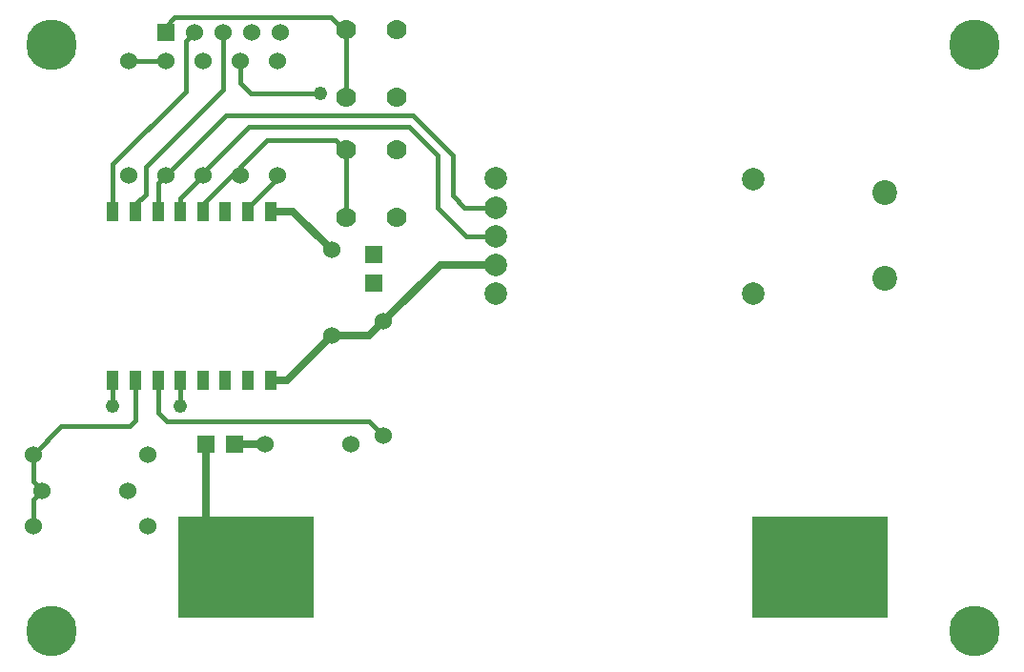
<source format=gbr>
G04 EasyPC Gerber Version 20.0.2 Build 4112 *
%FSLAX35Y35*%
%MOMM*%
%ADD22R,1.10000X1.80000*%
%ADD23R,1.52400X1.52400*%
%ADD74C,0.38100*%
%ADD72C,0.63500*%
%ADD73C,1.21920*%
%ADD24C,1.52400*%
%ADD28C,1.77800*%
%ADD25C,2.00000*%
%ADD29C,2.20000*%
%ADD26R,12.00000X9.00000*%
%ADD27C,4.50000*%
X0Y0D02*
D02*
D22*
X954830Y2627630D03*
Y4127630D03*
X1154830Y2627630D03*
Y4127630D03*
X1354830Y2627630D03*
Y4127630D03*
X1554830Y2627630D03*
Y4127630D03*
X1754830Y2627630D03*
Y4127630D03*
X1954830Y2627630D03*
Y4127630D03*
X2154830Y2627630D03*
Y4127630D03*
X2354830Y2627630D03*
Y4127630D03*
D02*
D23*
X1422650Y5716670D03*
X1785650Y2061670D03*
X2039650D03*
X3275650Y3491670D03*
Y3745670D03*
D02*
D24*
X245650Y1331670D03*
Y1971670D03*
X323650Y1651670D03*
X1085650D03*
X1092450Y4446670D03*
Y5462670D03*
X1261650Y1331670D03*
Y1971670D03*
X1422650Y4446670D03*
Y5462670D03*
X1676650Y5716670D03*
X1755650Y4446670D03*
Y5462670D03*
X1930650Y5716670D03*
X2083050Y4446670D03*
Y5462670D03*
X2184650Y5716670D03*
X2305650Y2061670D03*
X2413250Y4446670D03*
Y5462670D03*
X2438650Y5716670D03*
X2895850Y3024270D03*
Y3786270D03*
X3067650Y2061670D03*
X3353050Y2135270D03*
Y3151270D03*
D02*
D25*
X4356940Y3403460D03*
Y3657460D03*
Y3911460D03*
Y4165460D03*
Y4421270D03*
X6642940Y3403460D03*
Y4419460D03*
D02*
D26*
X2135700Y974450D03*
X7235700D03*
D02*
D27*
X406650Y406350D03*
Y5606350D03*
X8606350Y406350D03*
Y5606350D03*
D02*
D28*
X3022850Y4075270D03*
Y4675270D03*
Y5142070D03*
Y5742070D03*
X3472850Y4075270D03*
Y4675270D03*
Y5142070D03*
Y5742070D03*
D02*
D29*
X7806350Y3532270D03*
Y4294270D03*
D02*
D72*
X1785650Y2061670D02*
Y1324500D01*
X2135700Y974450*
X2305650Y2061670D02*
X2039650D01*
X2354830Y2627630D02*
X2501610D01*
X2895850Y3024270*
X2354830Y4127630D02*
X2554490D01*
X2895850Y3786270*
Y3024270D02*
X3228650D01*
X3353050Y3151270*
X3355650*
X3861840Y3657460*
X4356940*
D02*
D73*
X954830Y2401670D03*
X1554830D03*
X2795650Y5181670D03*
D02*
D74*
X245650Y1331670D02*
Y1573670D01*
X323650Y1651670*
X245650Y1971670D02*
Y1729670D01*
X323650Y1651670*
X954830Y2401670D02*
Y2627630D01*
Y4127630D02*
Y4550350D01*
X1600450Y5195970*
Y5640470*
X1676650Y5716670*
X1154830Y2627630D02*
Y2270850D01*
X1105650Y2221670*
X495650*
X245650Y1971670*
X1154830Y4127630D02*
Y4192670D01*
X1244850Y4282690*
Y4522870*
X1930650Y5208670*
Y5716670*
X1354830Y2627630D02*
Y2342490D01*
X1435650Y2261670*
X3226650*
X3353050Y2135270*
X1354830Y4127630D02*
Y4378850D01*
X1422650Y4446670*
Y5462670D02*
X1092450D01*
X1422650Y5716670D02*
Y5768670D01*
X1505650Y5851670*
X2893250*
X3002850Y5742070*
X3022850*
X1554830Y2627630D02*
Y2401670D01*
Y4127630D02*
Y4245850D01*
X1755650Y4446670*
X1754830Y4127630D02*
Y4194650D01*
X2006850Y4446670*
X2083050*
X1755650D02*
Y4474870D01*
X2159250Y4878470*
X3584450*
X3835650Y4627270*
Y4165460*
X4089650Y3911460*
X4356940*
X2083050Y4446670D02*
Y4522870D01*
X2324350Y4764170*
X2933950*
X3022850Y4675270*
X2083050Y5462670D02*
Y5274270D01*
X2175650Y5181670*
X2795650*
X2154830Y4127630D02*
Y4167270D01*
X2159250*
X2413250Y4421270*
Y4446670*
X3022850Y4075270D02*
Y4675270D01*
Y5142070D02*
Y5742070D01*
X4356940Y4165460D02*
X4079060D01*
X3975650Y4268870*
Y4624470*
X3620050Y4980070*
X1956050*
X1422650Y4446670*
X0Y0D02*
M02*

</source>
